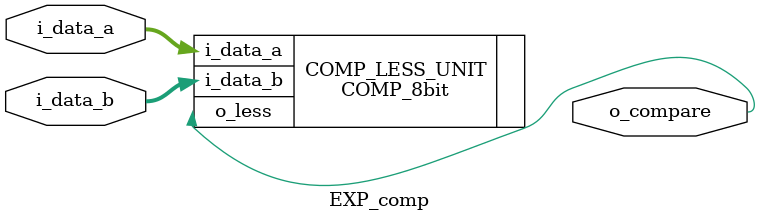
<source format=sv>
module EXP_comp #(
    parameter SIZE_DATA = 8
)(
    input logic [SIZE_DATA-1:0]     i_data_a        ,
    input logic [SIZE_DATA-1:0]     i_data_b        ,
    output logic                    o_compare           // a < b
);

COMP_8bit #(
    .SIZE_DATA      (SIZE_DATA)
) COMP_LESS_UNIT (
    .i_data_a       (i_data_a),
    .i_data_b       (i_data_b),
    .o_less         (o_compare)
);

endmodule

</source>
